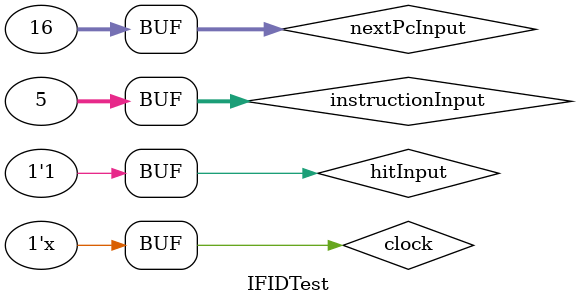
<source format=v>
`timescale 1ns / 1ps

module IFIDTest;

	// Inputs
	reg clock;
	reg [31:0] nextPcInput;
	reg [31:0] instructionInput;
	reg hitInput;

	// Outputs
	wire [31:0] nextPcOutput;
	wire [31:0] instructionOutput;
	wire hitOutput;

	// Instantiate the Unit Under Test (UUT)
	IFID uut (
		.clock(clock), 
		.nextPcInput(nextPcInput), 
		.instructionInput(instructionInput), 
		.hitInput(hitInput), 
		.nextPcOutput(nextPcOutput), 
		.instructionOutput(instructionOutput), 
		.hitOutput(hitOutput)
	);

	initial begin
		
		clock = 0;
		
		nextPcInput = 0;
		instructionInput = 32'b1;
		hitInput = 0;
		#100;
		
		nextPcInput = 4;
		instructionInput = 32'b10;
		hitInput = 1;
		#100;

		nextPcInput = 8;
		instructionInput = 32'b11;
		hitInput = 0;
		#100;

		nextPcInput = 12;
		instructionInput = 32'b100;
		hitInput = 0;
		#100;
		
		nextPcInput = 16;
		instructionInput = 32'b101;
		hitInput = 1;

	end
	
always #50 clock = ~clock;
      
endmodule


</source>
